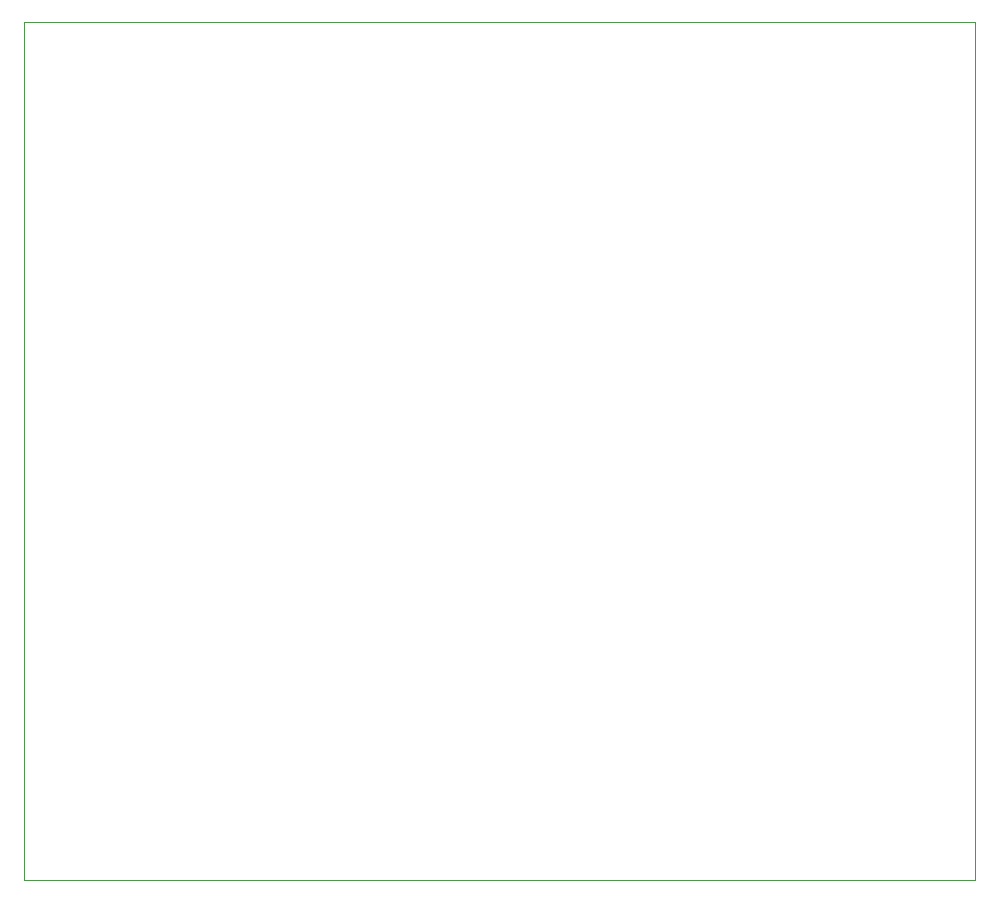
<source format=gbr>
G04 #@! TF.GenerationSoftware,KiCad,Pcbnew,(5.1.5)-3*
G04 #@! TF.CreationDate,2020-04-24T15:39:01+02:00*
G04 #@! TF.ProjectId,PlacaIOAzimut,506c6163-6149-44f4-917a-696d75742e6b,rev?*
G04 #@! TF.SameCoordinates,Original*
G04 #@! TF.FileFunction,Profile,NP*
%FSLAX46Y46*%
G04 Gerber Fmt 4.6, Leading zero omitted, Abs format (unit mm)*
G04 Created by KiCad (PCBNEW (5.1.5)-3) date 2020-04-24 15:39:01*
%MOMM*%
%LPD*%
G04 APERTURE LIST*
%ADD10C,0.101600*%
G04 APERTURE END LIST*
D10*
X126238000Y-43180000D02*
X126238000Y-115824000D01*
X45720000Y-43180000D02*
X126238000Y-43180000D01*
X45720000Y-115824000D02*
X45720000Y-43180000D01*
X126238000Y-115824000D02*
X45720000Y-115824000D01*
M02*

</source>
